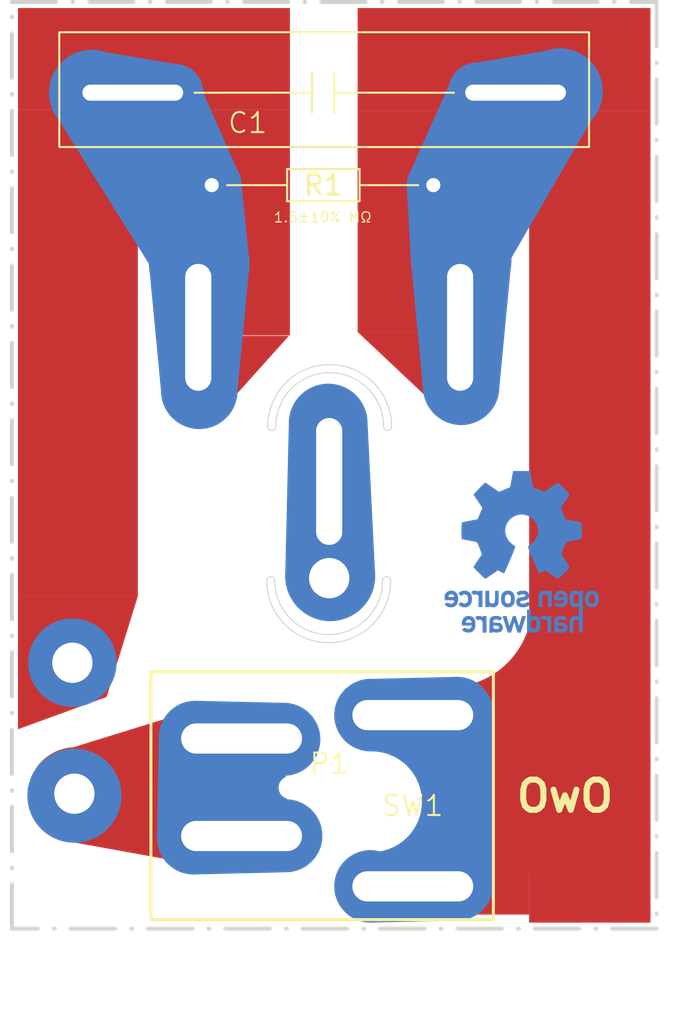
<source format=kicad_pcb>
(kicad_pcb (version 20240108) (generator "pcbnew") (generator_version "8.0")
  (layers (0 "F.Cu" signal) (31 "B.Cu" signal) (34 "B.Paste" user) (35 "F.Paste" user) (36 "B.SilkS" user "B.Silkscreen") (37 "F.SilkS" user "F.Silkscreen") (38 "B.Mask" user) (39 "F.Mask" user) (44 "Edge.Cuts" user))
  (net 0 "")
  (net 1 "Net-(P1-AC_N)")
  (net 2 "Net-(P1-AC_P)")
  (net 3 "Net-(SW1-Pad2)")
  (footprint "Resistor_THT:R_Axial_DIN0204_L3.6mm_D1.6mm_P5.08mm_Horizontal" (layer "F.Cu") (at 12.92 9.09)
    (property "Reference" "R1" (at 2.54 0 0) (layer "F.SilkS"))
    (property "Value" "1.5±10% MΩ " (at 2.7 1.6 0) (layer "F.SilkS") (effects (font (size 0.5 0.5) (thickness 0.06))))
    (fp_line (start -2.237089 0.000853) (end 0.74 0) (stroke (width 0.1)) (layer "F.SilkS"))
    (fp_line (start 0.74 -0.8) (end 0.74 0.8) (stroke (width 0.1)) (layer "F.SilkS"))
    (fp_line (start 0.74 0.8) (end 4.34 0.8) (stroke (width 0.1)) (layer "F.SilkS"))
    (fp_line (start 4.34 -0.8) (end 0.74 -0.8) (stroke (width 0.1)) (layer "F.SilkS"))
    (fp_line (start 4.34 0.8) (end 4.34 -0.8) (stroke (width 0.1)) (layer "F.SilkS"))
    (fp_line (start 7.243576 0.001768) (end 4.34 0) (stroke (width 0.1)) (layer "F.SilkS"))
    (pad "1" thru_hole circle (at -3 0) (size 1.4 1.4) (drill 0.7) (layers "*.Cu" "*.Mask") (net 2 "Net-(P1-AC_P)"))
    (pad "2" thru_hole oval (at 8 0) (size 1.4 1.4) (drill 0.7) (layers "*.Cu" "*.Mask") (net 1 "Net-(P1-AC_N)"))
  )
  (footprint "EVGA:FTK_Capacitor" (layer "F.Cu") (at 15.5 4.5)
    (property "Reference" "C1" (at -3.8 1.5 0) (layer "F.SilkS") (effects (font (thickness 0.1))))
    (property "Value" "305VAC 0.33 uF K 40/110/56/B (CBB62B)")
    (fp_line (start -6.436923 0.002523) (end -0.6 0) (stroke (width 0.1)) (layer "F.SilkS"))
    (fp_line (start -0.6 1) (end -0.6 -1) (stroke (width 0.1)) (layer "F.SilkS"))
    (fp_line (start 0.5 0) (end 6.438675 0.00292) (stroke (width 0.1)) (layer "F.SilkS"))
    (fp_line (start 0.5 1) (end 0.5 -1) (stroke (width 0.1)) (layer "F.SilkS"))
    (fp_rect (start -13.15 -3) (end 13.15 2.7) (stroke (width 0.1)) (fill none) (layer "F.SilkS"))
    (pad "1" thru_hole oval (at -9.5 0) (size 6 1.8) (drill oval 5 0.8) (layers "*.Cu" "*.Mask") (net 2 "Net-(P1-AC_P)"))
    (pad "2" thru_hole oval (at 9.5 0) (size 6 1.8) (drill oval 5 0.8) (layers "*.Cu" "*.Mask") (net 1 "Net-(P1-AC_N)"))
  )
  (footprint "EVGA:IEC_320-C14_Panel_Mount" (layer "F.Cu") (at 15.75 19.3)
    (property "Reference" "P1" (at 0 18.5 0) (layer "F.SilkS") (effects (font (thickness 0.1))))
    (property "Value" "Conn_WallPlug_Earth" (hide yes))
    (pad "0" thru_hole oval (at 0 4.5) (size 3 9) (drill oval 1.3 6.3) (layers "*.Cu" "*.Mask"))
    (pad "0" thru_hole circle (at 0 9.3) (size 3.25 3.25) (drill 2) (layers "*.Cu" "*.Mask"))
    (pad "1" thru_hole oval (at -6.5 -3.15) (size 3 9) (drill oval 1.3 6.3) (layers "*.Cu" "*.Mask") (net 2 "Net-(P1-AC_P)"))
    (pad "2" thru_hole oval (at 6.5 -3.15) (size 3 9) (drill oval 1.3 6.3) (layers "*.Cu" "*.Mask") (net 1 "Net-(P1-AC_N)"))
  )
  (footprint "EVGA:EVGA_Switch" (layer "F.Cu") (at 15.4 39.4)
    (property "Reference" "SW1" (at 4.5 0.5 0) (layer "F.SilkS") (effects (font (thickness 0.1))))
    (property "Value" "SW_DPST")
    (fp_rect (start -8.5 -6.15) (end 8.5 6.15) (stroke (width 0.15)) (fill none) (layer "F.SilkS"))
    (pad "1" thru_hole oval (at 4.5 -4) (size 7.3 2.8) (drill oval 6 1.5) (layers "*.Cu" "*.Mask") (net 1 "Net-(P1-AC_N)"))
    (pad "1" thru_hole oval (at 4.5 4.5) (size 7.3 2.8) (drill oval 6 1.5) (layers "*.Cu" "*.Mask") (net 1 "Net-(P1-AC_N)"))
    (pad "2" thru_hole oval (at -4 -2.839287) (size 7.3 2.8) (drill oval 6 1.5) (layers "*.Cu" "*.Mask") (net 3 "Net-(SW1-Pad2)"))
    (pad "2" thru_hole oval (at -4 2) (size 7.3 2.8) (drill oval 6 1.5) (layers "*.Cu" "*.Mask") (net 3 "Net-(SW1-Pad2)"))
  )
  (footprint "Symbol:OSHW-Logo_7.5x8mm_Copper" (layer "B.Cu") (at 25.31 27.29 180)
    (property "Reference" "REF**" (hide yes))
    (property "Value" "OSHW-Logo_7.5x8mm_Copper" (hide yes))
    (fp_poly (pts (xy 2.391388 -1.937645) (xy 2.448865 -1.955206) (xy 2.485872 -1.977395) (xy 2.497927 -1.994942) (xy 2.494609 -2.015742) (xy 2.473079 -2.048419) (xy 2.454874 -2.071562) (xy 2.417344 -2.113402) (xy 2.389148 -2.131005) (xy 2.365111 -2.129856) (xy 2.293808 -2.11171) (xy 2.241442 -2.112534) (xy 2.198918 -2.133098) (xy 2.184642 -2.145134) (xy 2.138947 -2.187483) (xy 2.138947 -2.740526) (xy 1.955131 -2.740526) (xy 1.955131 -1.938421) (xy 2.047039 -1.938421) (xy 2.102219 -1.940603) (xy 2.130688 -1.948351) (xy 2.138943 -1.963468) (xy 2.138947 -1.963916) (xy 2.142845 -1.979749) (xy 2.160474 -1.977684) (xy 2.184901 -1.966261) (xy 2.23535 -1.945005) (xy 2.276316 -1.932216) (xy 2.329028 -1.928938) (xy 2.391388 -1.937645)) (stroke (width 0.01)) (fill solid) (layer "B.Cu"))
    (fp_poly (pts (xy 2.173167 -3.191447) (xy 2.237408 -3.204112) (xy 2.27398 -3.222864) (xy 2.312453 -3.254017) (xy 2.257717 -3.323127) (xy 2.223969 -3.364979) (xy 2.201053 -3.385398) (xy 2.178279 -3.388517) (xy 2.144956 -3.378472) (xy 2.129314 -3.372789) (xy 2.065542 -3.364404) (xy 2.00714 -3.382378) (xy 1.964264 -3.422982) (xy 1.957299 -3.435929) (xy 1.949713 -3.470224) (xy 1.943859 -3.533427) (xy 1.940011 -3.62106) (xy 1.938443 -3.72864) (xy 1.938421 -3.743944) (xy 1.938421 -4.010526) (xy 1.754605 -4.010526) (xy 1.754605 -3.19171) (xy 1.846513 -3.19171) (xy 1.899507 -3.193094) (xy 1.927115 -3.199252) (xy 1.937324 -3.213194) (xy 1.938421 -3.226344) (xy 1.938421 -3.260978) (xy 1.98245 -3.226344) (xy 2.032937 -3.202716) (xy 2.10076 -3.191033) (xy 2.173167 -3.191447)) (stroke (width 0.01)) (fill solid) (layer "B.Cu"))
    (fp_poly (pts (xy -1.320119 -3.193486) (xy -1.295112 -3.200982) (xy -1.28705 -3.217451) (xy -1.286711 -3.224886) (xy -1.285264 -3.245594) (xy -1.275302 -3.248845) (xy -1.248388 -3.234648) (xy -1.232402 -3.224948) (xy -1.181967 -3.204175) (xy -1.121728 -3.193904) (xy -1.058566 -3.193114) (xy -0.999363 -3.200786) (xy -0.950998 -3.215898) (xy -0.920354 -3.237432) (xy -0.914311 -3.264366) (xy -0.917361 -3.27166) (xy -0.939594 -3.301937) (xy -0.97407 -3.339175) (xy -0.980306 -3.345195) (xy -1.013167 -3.372875) (xy -1.04152 -3.381818) (xy -1.081173 -3.375576) (xy -1.097058 -3.371429) (xy -1.146491 -3.361467) (xy -1.181248 -3.365947) (xy -1.2106 -3.381746) (xy -1.237487 -3.402949) (xy -1.25729 -3.429614) (xy -1.271052 -3.466827) (xy -1.279816 -3.519673) (xy -1.284626 -3.593237) (xy -1.286526 -3.692605) (xy -1.286711 -3.752601) (xy -1.286711 -4.010526) (xy -1.453816 -4.010526) (xy -1.453816 -3.19171) (xy -1.370264 -3.19171) (xy -1.320119 -3.193486)) (stroke (width 0.01)) (fill solid) (layer "B.Cu"))
    (fp_poly (pts (xy 1.320131 -2.198533) (xy 1.32171 -2.321089) (xy 1.327481 -2.414179) (xy 1.338991 -2.481651) (xy 1.35779 -2.527355) (xy 1.385426 -2.555139) (xy 1.423448 -2.568854) (xy 1.470526 -2.572358) (xy 1.519832 -2.568432) (xy 1.557283 -2.554089) (xy 1.584428 -2.525478) (xy 1.602815 -2.478751) (xy 1.613993 -2.410058) (xy 1.619511 -2.31555) (xy 1.620921 -2.198533) (xy 1.620921 -1.938421) (xy 1.804736 -1.938421) (xy 1.804736 -2.740526) (xy 1.712828 -2.740526) (xy 1.657422 -2.738281) (xy 1.628891 -2.730396) (xy 1.620921 -2.715428) (xy 1.61612 -2.702097) (xy 1.597014 -2.704917) (xy 1.558504 -2.723783) (xy 1.470239 -2.752887) (xy 1.376623 -2.750825) (xy 1.286921 -2.719221) (xy 1.244204 -2.694257) (xy 1.211621 -2.667226) (xy 1.187817 -2.633405) (xy 1.171439 -2.588068) (xy 1.161131 -2.526489) (xy 1.155541 -2.443943) (xy 1.153312 -2.335705) (xy 1.153026 -2.252004) (xy 1.153026 -1.938421) (xy 1.320131 -1.938421) (xy 1.320131 -2.198533)) (stroke (width 0.01)) (fill solid) (layer "B.Cu"))
    (fp_poly (pts (xy -1.002043 -1.952226) (xy -0.960454 -1.97209) (xy -0.920175 -2.000784) (xy -0.88949 -2.033809) (xy -0.867139 -2.075931) (xy -0.851864 -2.131915) (xy -0.842408 -2.206528) (xy -0.837513 -2.304535) (xy -0.835919 -2.430702) (xy -0.835894 -2.443914) (xy -0.835527 -2.740526) (xy -1.019343 -2.740526) (xy -1.019343 -2.467081) (xy -1.019473 -2.365777) (xy -1.020379 -2.292353) (xy -1.022827 -2.241271) (xy -1.027586 -2.20699) (xy -1.035426 -2.183971) (xy -1.047115 -2.166673) (xy -1.063398 -2.149581) (xy -1.120366 -2.112857) (xy -1.182555 -2.106042) (xy -1.241801 -2.129261) (xy -1.262405 -2.146543) (xy -1.27753 -2.162791) (xy -1.28839 -2.180191) (xy -1.29569 -2.204212) (xy -1.300137 -2.240322) (xy -1.302436 -2.293988) (xy -1.303296 -2.37068) (xy -1.303422 -2.464043) (xy -1.303422 -2.740526) (xy -1.487237 -2.740526) (xy -1.487237 -1.938421) (xy -1.395329 -1.938421) (xy -1.340149 -1.940603) (xy -1.31168 -1.948351) (xy -1.303425 -1.963468) (xy -1.303422 -1.963916) (xy -1.299592 -1.97872) (xy -1.282699 -1.97704) (xy -1.249112 -1.960773) (xy -1.172937 -1.93684) (xy -1.0858 -1.934178) (xy -1.002043 -1.952226)) (stroke (width 0.01)) (fill solid) (layer "B.Cu"))
    (fp_poly (pts (xy 2.946576 -1.945419) (xy 3.043395 -1.986549) (xy 3.07389 -2.006571) (xy 3.112865 -2.03734) (xy 3.137331 -2.061533) (xy 3.141578 -2.069413) (xy 3.129584 -2.086899) (xy 3.098887 -2.11657) (xy 3.074312 -2.137279) (xy 3.007046 -2.191336) (xy 2.95393 -2.146642) (xy 2.912884 -2.117789) (xy 2.872863 -2.107829) (xy 2.827059 -2.110261) (xy 2.754324 -2.128345) (xy 2.704256 -2.165881) (xy 2.673829 -2.226562) (xy 2.660017 -2.314081) (xy 2.660013 -2.314136) (xy 2.661208 -2.411958) (xy 2.679772 -2.48373) (xy 2.716804 -2.532595) (xy 2.74205 -2.549143) (xy 2.809097 -2.569749) (xy 2.880709 -2.569762) (xy 2.943015 -2.549768) (xy 2.957763 -2.54) (xy 2.99475 -2.515047) (xy 3.023668 -2.510958) (xy 3.054856 -2.52953) (xy 3.089336 -2.562887) (xy 3.143912 -2.619196) (xy 3.083318 -2.669142) (xy 2.989698 -2.725513) (xy 2.884125 -2.753293) (xy 2.773798 -2.751282) (xy 2.701343 -2.732862) (xy 2.616656 -2.68731) (xy 2.548927 -2.61565) (xy 2.518157 -2.565066) (xy 2.493236 -2.492488) (xy 2.480766 -2.400569) (xy 2.48067 -2.300948) (xy 2.49287 -2.205267) (xy 2.51729 -2.125169) (xy 2.521136 -2.116956) (xy 2.578093 -2.036413) (xy 2.655209 -1.977771) (xy 2.74639 -1.942247) (xy 2.845543 -1.931057) (xy 2.946576 -1.945419)) (stroke (width 0.01)) (fill solid) (layer "B.Cu"))
    (fp_poly (pts (xy 0.811669 -1.94831) (xy 0.896192 -1.99434) (xy 0.962321 -2.067006) (xy 0.993478 -2.126106) (xy 1.006855 -2.178305) (xy 1.015522 -2.252719) (xy 1.019237 -2.338442) (xy 1.017754 -2.424569) (xy 1.010831 -2.500193) (xy 1.002745 -2.540584) (xy 0.975465 -2.59584) (xy 0.92822 -2.65453) (xy 0.871282 -2.705852) (xy 0.814924 -2.739005) (xy 0.81355 -2.739531) (xy 0.743616 -2.754018) (xy 0.660737 -2.754377) (xy 0.581977 -2.741188) (xy 0.551566 -2.730617) (xy 0.473239 -2.686201) (xy 0.417143 -2.628007) (xy 0.380286 -2.550965) (xy 0.35968 -2.450001) (xy 0.355018 -2.397116) (xy 0.355613 -2.330663) (xy 0.534736 -2.330663) (xy 0.54077 -2.42763) (xy 0.558138 -2.501523) (xy 0.58574 -2.548736) (xy 0.605404 -2.562237) (xy 0.655787 -2.571651) (xy 0.715673 -2.568864) (xy 0.767449 -2.555316) (xy 0.781027 -2.547862) (xy 0.816849 -2.504451) (xy 0.840493 -2.438014) (xy 0.850558 -2.357161) (xy 0.845642 -2.270502) (xy 0.834655 -2.218349) (xy 0.803109 -2.157951) (xy 0.753311 -2.120197) (xy 0.693337 -2.107143) (xy 0.631264 -2.120849) (xy 0.583582 -2.154372) (xy 0.558525 -2.182031) (xy 0.5439 -2.209294) (xy 0.536929 -2.24619) (xy 0.534833 -2.30275) (xy 0.534736 -2.330663) (xy 0.355613 -2.330663) (xy 0.356282 -2.255994) (xy 0.379265 -2.140271) (xy 0.423972 -2.049941) (xy 0.490405 -1.985) (xy 0.578565 -1.945445) (xy 0.597495 -1.940858) (xy 0.711266 -1.93009) (xy 0.811669 -1.94831)) (stroke (width 0.01)) (fill solid) (layer "B.Cu"))
    (fp_poly (pts (xy 0.37413 -3.195104) (xy 0.44022 -3.200066) (xy 0.526626 -3.459079) (xy 0.613031 -3.718092) (xy 0.640124 -3.626184) (xy 0.656428 -3.569384) (xy 0.677875 -3.492625) (xy 0.701035 -3.408251) (xy 0.71328 -3.362993) (xy 0.759344 -3.19171) (xy 0.949387 -3.19171) (xy 0.892582 -3.371349) (xy 0.864607 -3.459704) (xy 0.830813 -3.566281) (xy 0.79552 -3.677454) (xy 0.764013 -3.776579) (xy 0.69225 -4.002171) (xy 0.537286 -4.012253) (xy 0.49527 -3.873528) (xy 0.469359 -3.787351) (xy 0.441083 -3.692347) (xy 0.416369 -3.608441) (xy 0.415394 -3.605102) (xy 0.396935 -3.548248) (xy 0.380649 -3.509456) (xy 0.369242 -3.494787) (xy 0.366898 -3.496483) (xy 0.358671 -3.519225) (xy 0.343038 -3.56794) (xy 0.321904 -3.636502) (xy 0.29717 -3.718785) (xy 0.283787 -3.764046) (xy 0.211311 -4.010526) (xy 0.057495 -4.010526) (xy -0.065469 -3.622006) (xy -0.100012 -3.513022) (xy -0.131479 -3.414048) (xy -0.158384 -3.329736) (xy -0.179241 -3.264734) (xy -0.192562 -3.223692) (xy -0.196612 -3.211701) (xy -0.193406 -3.199423) (xy -0.168235 -3.194046) (xy -0.115854 -3.194584) (xy -0.107655 -3.19499) (xy -0.010518 -3.200066) (xy 0.0531 -3.434013) (xy 0.076484 -3.519333) (xy 0.097381 -3.594335) (xy 0.113951 -3.652507) (xy 0.124354 -3.687337) (xy 0.126276 -3.693016) (xy 0.134241 -3.686486) (xy 0.150304 -3.652654) (xy 0.172621 -3.596127) (xy 0.199345 -3.52151) (xy 0.221937 -3.454107) (xy 0.308041 -3.190143) (xy 0.37413 -3.195104)) (stroke (width 0.01)) (fill solid) (layer "B.Cu"))
    (fp_poly (pts (xy -0.267369 -4.010526) (xy -0.359277 -4.010526) (xy -0.412623 -4.008962) (xy -0.440407 -4.002485) (xy -0.45041 -3.988418) (xy -0.451185 -3.978906) (xy -0.452872 -3.959832) (xy -0.46351 -3.956174) (xy -0.491465 -3.967932) (xy -0.513205 -3.978906) (xy -0.596668 -4.004911) (xy -0.687396 -4.006416) (xy -0.761158 -3.987021) (xy -0.829846 -3.940165) (xy -0.882206 -3.871004) (xy -0.910878 -3.789427) (xy -0.911608 -3.784866) (xy -0.915868 -3.735101) (xy -0.917986 -3.663659) (xy -0.917816 -3.609626) (xy -0.73528 -3.609626) (xy -0.731051 -3.681441) (xy -0.721432 -3.740634) (xy -0.70841 -3.77406) (xy -0.659144 -3.81974) (xy -0.60065 -3.836115) (xy -0.540329 -3.822873) (xy -0.488783 -3.783373) (xy -0.469262 -3.756807) (xy -0.457848 -3.725106) (xy -0.452502 -3.678832) (xy -0.451185 -3.609328) (xy -0.453542 -3.540499) (xy -0.459767 -3.480026) (xy -0.468592 -3.439556) (xy -0.470063 -3.435929) (xy -0.505653 -3.392802) (xy -0.5576 -3.369124) (xy -0.615722 -3.365301) (xy -0.66984 -3.381738) (xy -0.709774 -3.41884) (xy -0.713917 -3.426222) (xy -0.726884 -3.471239) (xy -0.733948 -3.535967) (xy -0.73528 -3.609626) (xy -0.917816 -3.609626) (xy -0.917729 -3.58223) (xy -0.916528 -3.538405) (xy -0.908355 -3.429988) (xy -0.89137 -3.348588) (xy -0.863113 -3.288412) (xy -0.821128 -3.243666) (xy -0.780368 -3.2174) (xy -0.723419 -3.198935) (xy -0.652589 -3.192602) (xy -0.580059 -3.19776) (xy -0.518014 -3.213769) (xy -0.485232 -3.23292) (xy -0.451185 -3.263732) (xy -0.451185 -2.87421) (xy -0.267369 -2.87421) (xy -0.267369 -4.010526)) (stroke (width 0.01)) (fill solid) (layer "B.Cu"))
    (fp_poly (pts (xy -3.373216 -1.947104) (xy -3.285795 -1.985754) (xy -3.21943 -2.05029) (xy -3.174024 -2.140812) (xy -3.149482 -2.257418) (xy -3.147723 -2.275624) (xy -3.146344 -2.403984) (xy -3.164216 -2.516496) (xy -3.20025 -2.607688) (xy -3.219545 -2.637022) (xy -3.286755 -2.699106) (xy -3.37235 -2.739316) (xy -3.46811 -2.756003) (xy -3.565813 -2.747517) (xy -3.640083 -2.72138) (xy -3.703953 -2.677335) (xy -3.756154 -2.619587) (xy -3.757057 -2.618236) (xy -3.778256 -2.582593) (xy -3.792033 -2.546752) (xy -3.800376 -2.501519) (xy -3.805273 -2.437701) (xy -3.807431 -2.385368) (xy -3.808329 -2.33791) (xy -3.641257 -2.33791) (xy -3.639624 -2.385154) (xy -3.633696 -2.448046) (xy -3.623239 -2.488407) (xy -3.604381 -2.517122) (xy -3.586719 -2.533896) (xy -3.524106 -2.569016) (xy -3.458592 -2.57371) (xy -3.397579 -2.54844) (xy -3.367072 -2.520124) (xy -3.345089 -2.491589) (xy -3.332231 -2.464284) (xy -3.326588 -2.42875) (xy -3.326249 -2.375524) (xy -3.327988 -2.326506) (xy -3.331729 -2.256482) (xy -3.337659 -2.211064) (xy -3.348347 -2.18144) (xy -3.366361 -2.158797) (xy -3.380637 -2.145855) (xy -3.440349 -2.11186) (xy -3.504766 -2.110165) (xy -3.558781 -2.130301) (xy -3.60486 -2.172352) (xy -3.632311 -2.241428) (xy -3.641257 -2.33791) (xy -3.808329 -2.33791) (xy -3.809401 -2.281299) (xy -3.806036 -2.203468) (xy -3.795955 -2.14493) (xy -3.777774 -2.098737) (xy -3.75011 -2.057942) (xy -3.739854 -2.045828) (xy -3.675722 -1.985474) (xy -3.606934 -1.95022) (xy -3.522811 -1.93545) (xy -3.481791 -1.934243) (xy -3.373216 -1.947104)) (stroke (width 0.01)) (fill solid) (layer "B.Cu"))
    (fp_poly (pts (xy 3.558784 -1.935554) (xy 3.601574 -1.945949) (xy 3.683609 -1.984013) (xy 3.753757 -2.042149) (xy 3.802305 -2.111852) (xy 3.808975 -2.127502) (xy 3.818124 -2.168496) (xy 3.824529 -2.229138) (xy 3.82671 -2.29043) (xy 3.82671 -2.406316) (xy 3.584407 -2.406316) (xy 3.484471 -2.406693) (xy 3.414069 -2.408987) (xy 3.369313 -2.414938) (xy 3.346315 -2.426285) (xy 3.341189 -2.444771) (xy 3.350048 -2.472136) (xy 3.365917 -2.504155) (xy 3.410184 -2.557592) (xy 3.471699 -2.584215) (xy 3.546885 -2.583347) (xy 3.632053 -2.554371) (xy 3.705659 -2.518611) (xy 3.766734 -2.566904) (xy 3.82781 -2.615197) (xy 3.770351 -2.668285) (xy 3.693641 -2.718445) (xy 3.599302 -2.748688) (xy 3.497827 -2.757151) (xy 3.399711 -2.741974) (xy 3.383881 -2.736824) (xy 3.297647 -2.691791) (xy 3.233501 -2.624652) (xy 3.190091 -2.533405) (xy 3.166064 -2.416044) (xy 3.165784 -2.413529) (xy 3.163633 -2.285627) (xy 3.172329 -2.239997) (xy 3.342105 -2.239997) (xy 3.357697 -2.247013) (xy 3.400029 -2.252388) (xy 3.462434 -2.255457) (xy 3.501981 -2.255921) (xy 3.575728 -2.25563) (xy 3.62184 -2.253783) (xy 3.6461 -2.248912) (xy 3.654294 -2.239555) (xy 3.652206 -2.224245) (xy 3.650455 -2.218322) (xy 3.62056 -2.162668) (xy 3.573542 -2.117815) (xy 3.532049 -2.098105) (xy 3.476926 -2.099295) (xy 3.421068 -2.123875) (xy 3.374212 -2.16457) (xy 3.346094 -2.214108) (xy 3.342105 -2.239997) (xy 3.172329 -2.239997) (xy 3.185074 -2.173133) (xy 3.227611 -2.078727) (xy 3.288747 -2.005088) (xy 3.365985 -1.954893) (xy 3.45683 -1.930822) (xy 3.558784 -1.935554)) (stroke (width 0.01)) (fill solid) (layer "B.Cu"))
    (fp_poly (pts (xy 0.018628 -1.935547) (xy 0.081908 -1.947548) (xy 0.147557 -1.972648) (xy 0.154572 -1.975848) (xy 0.204356 -2.002026) (xy 0.238834 -2.026353) (xy 0.249978 -2.041937) (xy 0.239366 -2.067353) (xy 0.213588 -2.104853) (xy 0.202146 -2.118852) (xy 0.154992 -2.173954) (xy 0.094201 -2.138086) (xy 0.036347 -2.114192) (xy -0.0305 -2.10142) (xy -0.094606 -2.100613) (xy -0.144236 -2.112615) (xy -0.156146 -2.120105) (xy -0.178828 -2.15445) (xy -0.181584 -2.194013) (xy -0.164612 -2.22492) (xy -0.154573 -2.230913) (xy -0.12449 -2.238357) (xy -0.071611 -2.247106) (xy -0.006425 -2.255467) (xy 0.0056 -2.256778) (xy 0.110297 -2.274888) (xy 0.186232 -2.305651) (xy 0.236592 -2.351907) (xy 0.264564 -2.416497) (xy 0.273278 -2.495387) (xy 0.26124 -2.585065) (xy 0.222151 -2.655486) (xy 0.155855 -2.706777) (xy 0.062194 -2.739067) (xy -0.041777 -2.751807) (xy -0.126562 -2.751654) (xy -0.195335 -2.740083) (xy -0.242303 -2.724109) (xy -0.30165 -2.696275) (xy -0.356494 -2.663973) (xy -0.375987 -2.649755) (xy -0.426119 -2.608835) (xy -0.305197 -2.486477) (xy -0.236457 -2.531967) (xy -0.167512 -2.566133) (xy -0.093889 -2.584004) (xy -0.023117 -2.585889) (xy 0.037274 -2.572101) (xy 0.079757 -2.542949) (xy 0.093474 -2.518352) (xy 0.091417 -2.478904) (xy 0.05733 -2.448737) (xy -0.008692 -2.427906) (xy -0.081026 -2.418279) (xy -0.192348 -2.39991) (xy -0.275048 -2.365254) (xy -0.330235 -2.313297) (xy -0.359012 -2.243023) (xy -0.362999 -2.159707) (xy -0.343307 -2.072681) (xy -0.298411 -2.006902) (xy -0.227909 -1.962068) (xy -0.131399 -1.937879) (xy -0.0599 -1.933137) (xy 0.018628 -1.935547)) (stroke (width 0.01)) (fill solid) (layer "B.Cu"))
    (fp_poly (pts (xy 2.701193 -3.196078) (xy 2.781068 -3.216845) (xy 2.847962 -3.259705) (xy 2.880351 -3.291723) (xy 2.933445 -3.367413) (xy 2.963873 -3.455216) (xy 2.974327 -3.56315) (xy 2.97438 -3.571875) (xy 2.974473 -3.659605) (xy 2.469534 -3.659605) (xy 2.480298 -3.705559) (xy 2.499732 -3.747178) (xy 2.533745 -3.790544) (xy 2.54086 -3.797467) (xy 2.602003 -3.834935) (xy 2.671729 -3.841289) (xy 2.751987 -3.816638) (xy 2.765592 -3.81) (xy 2.807319 -3.789819) (xy 2.835268 -3.778321) (xy 2.840145 -3.777258) (xy 2.857168 -3.787583) (xy 2.889633 -3.812845) (xy 2.906114 -3.82665) (xy 2.940264 -3.858361) (xy 2.951478 -3.879299) (xy 2.943695 -3.89856) (xy 2.939535 -3.903827) (xy 2.911357 -3.926878) (xy 2.864862 -3.954892) (xy 2.832434 -3.971246) (xy 2.740385 -4.000059) (xy 2.638476 -4.009395) (xy 2.541963 -3.998332) (xy 2.514934 -3.990412) (xy 2.431276 -3.945581) (xy 2.369266 -3.876598) (xy 2.328545 -3.782794) (xy 2.308755 -3.663498) (xy 2.306582 -3.601118) (xy 2.312926 -3.510298) (xy 2.473157 -3.510298) (xy 2.488655 -3.517012) (xy 2.530312 -3.52228) (xy 2.590876 -3.525389) (xy 2.631907 -3.525921) (xy 2.705711 -3.525408) (xy 2.752293 -3.523006) (xy 2.777848 -3.517422) (xy 2.788569 -3.507361) (xy 2.790657 -3.492763) (xy 2.776331 -3.447796) (xy 2.740262 -3.403353) (xy 2.692815 -3.369242) (xy 2.645349 -3.355288) (xy 2.580879 -3.367666) (xy 2.52507 -3.403452) (xy 2.486374 -3.455033) (xy 2.473157 -3.510298) (xy 2.312926 -3.510298) (xy 2.315821 -3.468866) (xy 2.344336 -3.363498) (xy 2.392729 -3.284178) (xy 2.461604 -3.230071) (xy 2.551565 -3.200343) (xy 2.6003 -3.194618) (xy 2.701193 -3.196078)) (stroke (width 0.01)) (fill solid) (layer "B.Cu"))
    (fp_poly (pts (xy -1.802982 -1.957027) (xy -1.78633 -1.964866) (xy -1.728695 -2.007086) (xy -1.674195 -2.0687) (xy -1.633501 -2.136543) (xy -1.621926 -2.167734) (xy -1.611366 -2.223449) (xy -1.605069 -2.290781) (xy -1.604304 -2.318585) (xy -1.604211 -2.406316) (xy -2.10915 -2.406316) (xy -2.098387 -2.45227) (xy -2.071967 -2.50662) (xy -2.025778 -2.553591) (xy -1.970828 -2.583848) (xy -1.935811 -2.590131) (xy -1.888323 -2.582506) (xy -1.831665 -2.563383) (xy -1.812418 -2.554584) (xy -1.741241 -2.519036) (xy -1.680498 -2.565367) (xy -1.645448 -2.596703) (xy -1.626798 -2.622567) (xy -1.625853 -2.630158) (xy -1.642515 -2.648556) (xy -1.67903 -2.676515) (xy -1.712172 -2.698327) (xy -1.801607 -2.737537) (xy -1.901871 -2.755285) (xy -2.001246 -2.75067) (xy -2.080461 -2.726551) (xy -2.16212 -2.674884) (xy -2.220151 -2.606856) (xy -2.256454 -2.518843) (xy -2.272928 -2.407216) (xy -2.274389 -2.356138) (xy -2.268543 -2.239091) (xy -2.267825 -2.235686) (xy -2.100511 -2.235686) (xy -2.095903 -2.246662) (xy -2.076964 -2.252715) (xy -2.037902 -2.25531) (xy -1.972923 -2.25591) (xy -1.947903 -2.255921) (xy -1.871779 -2.255014) (xy -1.823504 -2.25172) (xy -1.79754 -2.245181) (xy -1.788352 -2.234537) (xy -1.788027 -2.231119) (xy -1.798513 -2.203956) (xy -1.824758 -2.165903) (xy -1.836041 -2.152579) (xy -1.877928 -2.114896) (xy -1.921591 -2.10008) (xy -1.945115 -2.098842) (xy -2.008757 -2.114329) (xy -2.062127 -2.15593) (xy -2.095981 -2.216353) (xy -2.096581 -2.218322) (xy -2.100511 -2.235686) (xy -2.267825 -2.235686) (xy -2.249101 -2.146928) (xy -2.214078 -2.07319) (xy -2.171244 -2.020848) (xy -2.092052 -1.964092) (xy -1.99896 -1.933762) (xy -1.899945 -1.931021) (xy -1.802982 -1.957027)) (stroke (width 0.01)) (fill solid) (layer "B.Cu"))
    (fp_poly (pts (xy 1.379992 -3.196673) (xy 1.450427 -3.21378) (xy 1.470787 -3.222844) (xy 1.510253 -3.246583) (xy 1.540541 -3.273321) (xy 1.562952 -3.307699) (xy 1.578786 -3.35436) (xy 1.589343 -3.417946) (xy 1.595924 -3.503099) (xy 1.599828 -3.614462) (xy 1.60131 -3.688849) (xy 1.606765 -4.010526) (xy 1.51358 -4.010526) (xy 1.457047 -4.008156) (xy 1.427922 -4.000055) (xy 1.420394 -3.986451) (xy 1.41642 -3.971741) (xy 1.398652 -3.974554) (xy 1.37444 -3.986348) (xy 1.313828 -4.004427) (xy 1.235929 -4.009299) (xy 1.153995 -4.00133) (xy 1.081281 -3.980889) (xy 1.074759 -3.978051) (xy 1.008302 -3.931365) (xy 0.964491 -3.866464) (xy 0.944332 -3.7906) (xy 0.945872 -3.763344) (xy 1.110345 -3.763344) (xy 1.124837 -3.800024) (xy 1.167805 -3.826309) (xy 1.237129 -3.840417) (xy 1.274177 -3.84229) (xy 1.335919 -3.837494) (xy 1.37696 -3.818858) (xy 1.386973 -3.81) (xy 1.4141 -3.761806) (xy 1.420394 -3.718092) (xy 1.420394 -3.659605) (xy 1.33893 -3.659605) (xy 1.244234 -3.664432) (xy 1.177813 -3.679613) (xy 1.135846 -3.7062) (xy 1.126449 -3.718052) (xy 1.110345 -3.763344) (xy 0.945872 -3.763344) (xy 0.948829 -3.711026) (xy 0.978985 -3.634995) (xy 1.020131 -3.583612) (xy 1.045052 -3.561397) (xy 1.069448 -3.546798) (xy 1.101191 -3.537897) (xy 1.148152 -3.532775) (xy 1.218204 -3.529515) (xy 1.24599 -3.528577) (xy 1.420394 -3.522879) (xy 1.420138 -3.470091) (xy 1.413384 -3.414603) (xy 1.388964 -3.381052) (xy 1.33963 -3.359618) (xy 1.338306 -3.359236) (xy 1.26836 -3.350808) (xy 1.199914 -3.361816) (xy 1.149047 -3.388585) (xy 1.128637 -3.401803) (xy 1.106654 -3.399974) (xy 1.072826 -3.380824) (xy 1.052961 -3.367308) (xy 1.014106 -3.338432) (xy 0.990038 -3.316786) (xy 0.986176 -3.310589) (xy 1.002079 -3.278519) (xy 1.049065 -3.240219) (xy 1.069473 -3.227297) (xy 1.128143 -3.205041) (xy 1.207212 -3.192432) (xy 1.295041 -3.1896) (xy 1.379992 -3.196673)) (stroke (width 0.01)) (fill solid) (layer "B.Cu"))
    (fp_poly (pts (xy -1.839543 -3.198184) (xy -1.76093 -3.21916) (xy -1.701084 -3.25718) (xy -1.658853 -3.306978) (xy -1.645725 -3.32823) (xy -1.636032 -3.350492) (xy -1.629256 -3.37897) (xy -1.624877 -3.418871) (xy -1.622376 -3.475401) (xy -1.621232 -3.553767) (xy -1.620928 -3.659176) (xy -1.620922 -3.687142) (xy -1.620922 -4.010526) (xy -1.701132 -4.010526) (xy -1.752294 -4.006943) (xy -1.790123 -3.997866) (xy -1.799601 -3.992268) (xy -1.825512 -3.982606) (xy -1.851976 -3.992268) (xy -1.895548 -4.00433) (xy -1.95884 -4.009185) (xy -2.02899 -4.007078) (xy -2.09314 -3.998256) (xy -2.130593 -3.986937) (xy -2.203067 -3.940412) (xy -2.24836 -3.875846) (xy -2.268722 -3.79) (xy -2.268912 -3.787796) (xy -2.267125 -3.749713) (xy -2.105527 -3.749713) (xy -2.091399 -3.79303) (xy -2.068388 -3.817408) (xy -2.022196 -3.835845) (xy -1.961225 -3.843205) (xy -1.899051 -3.839583) (xy -1.849249 -3.825074) (xy -1.835297 -3.815765) (xy -1.810915 -3.772753) (xy -1.804737 -3.723857) (xy -1.804737 -3.659605) (xy -1.897182 -3.659605) (xy -1.985005 -3.666366) (xy -2.051582 -3.68552) (xy -2.092998 -3.715376) (xy -2.105527 -3.749713) (xy -2.267125 -3.749713) (xy -2.26451 -3.694004) (xy -2.233576 -3.619847) (xy -2.175419 -3.563767) (xy -2.16738 -3.558665) (xy -2.132837 -3.542055) (xy -2.090082 -3.531996) (xy -2.030314 -3.527107) (xy -1.95931 -3.525983) (xy -1.804737 -3.525921) (xy -1.804737 -3.461125) (xy -1.811294 -3.41085) (xy -1.828025 -3.377169) (xy -1.829984 -3.375376) (xy -1.867217 -3.360642) (xy -1.92342 -3.354931) (xy -1.985533 -3.357737) (xy -2.04049 -3.368556) (xy -2.073101 -3.384782) (xy -2.090772 -3.39778) (xy -2.109431 -3.400262) (xy -2.135181 -3.389613) (xy -2.174127 -3.363218) (xy -2.23237 -3.318465) (xy -2.237716 -3.314273) (xy -2.234977 -3.29876) (xy -2.212124 -3.27296) (xy -2.177391 -3.244289) (xy -2.13901 -3.220166) (xy -2.126952 -3.21447) (xy -2.082966 -3.203103) (xy -2.018513 -3.194995) (xy -1.946503 -3.191743) (xy -1.943136 -3.191736) (xy -1.839543 -3.198184)) (stroke (width 0.01)) (fill solid) (layer "B.Cu"))
    (fp_poly (pts (xy -2.53664 -1.952468) (xy -2.501408 -1.969874) (xy -2.45796 -2.000206) (xy -2.426294 -2.033283) (xy -2.404606 -2.074817) (xy -2.391097 -2.130522) (xy -2.383962 -2.206111) (xy -2.3814 -2.307296) (xy -2.38125 -2.350797) (xy -2.381688 -2.446135) (xy -2.383504 -2.514271) (xy -2.387455 -2.561418) (xy -2.394298 -2.59379) (xy -2.404789 -2.6176) (xy -2.415704 -2.633843) (xy -2.485381 -2.702952) (xy -2.567434 -2.744521) (xy -2.65595 -2.757023) (xy -2.745019 -2.738934) (xy -2.773237 -2.726142) (xy -2.84079 -2.690931) (xy -2.84079 -3.2427) (xy -2.791488 -3.217205) (xy -2.726527 -3.19748) (xy -2.64668 -3.192427) (xy -2.566948 -3.201756) (xy -2.506735 -3.222714) (xy -2.456792 -3.262627) (xy -2.414119 -3.319741) (xy -2.41091 -3.325605) (xy -2.397378 -3.353227) (xy -2.387495 -3.381068) (xy -2.380691 -3.414794) (xy -2.376399 -3.460071) (xy -2.374049 -3.522562) (xy -2.373072 -3.607935) (xy -2.372895 -3.70401) (xy -2.372895 -4.010526) (xy -2.556711 -4.010526) (xy -2.556711 -3.445339) (xy -2.608125 -3.402077) (xy -2.661534 -3.367472) (xy -2.712112 -3.36118) (xy -2.76297 -3.377372) (xy -2.790075 -3.393227) (xy -2.810249 -3.41581) (xy -2.824597 -3.44994) (xy -2.834224 -3.500434) (xy -2.840237 -3.572111) (xy -2.84374 -3.669788) (xy -2.844974 -3.734802) (xy -2.849145 -4.002171) (xy -2.936875 -4.007222) (xy -3.024606 -4.012273) (xy -3.024606 -2.353101) (xy -2.84079 -2.353101) (xy -2.836104 -2.4456) (xy -2.820312 -2.509809) (xy -2.790817 -2.549759) (xy -2.74502 -2.56948) (xy -2.69875 -2.573421) (xy -2.646372 -2.568892) (xy -2.61161 -2.551069) (xy -2.589872 -2.527519) (xy -2.57276 -2.502189) (xy -2.562573 -2.473969) (xy -2.55804 -2.434431) (xy -2.557891 -2.375142) (xy -2.559416 -2.325498) (xy -2.562919 -2.25071) (xy -2.568133 -2.201611) (xy -2.576913 -2.170467) (xy -2.591114 -2.149545) (xy -2.604516 -2.137452) (xy -2.660513 -2.111081) (xy -2.726789 -2.106822) (xy -2.764844 -2.115906) (xy -2.802523 -2.148196) (xy -2.827481 -2.211006) (xy -2.839578 -2.303894) (xy -2.84079 -2.353101) (xy -3.024606 -2.353101) (xy -3.024606 -1.938421) (xy -2.932698 -1.938421) (xy -2.877517 -1.940603) (xy -2.849048 -1.948351) (xy -2.840794 -1.963468) (xy -2.84079 -1.963916) (xy -2.83696 -1.97872) (xy -2.820067 -1.977039) (xy -2.786481 -1.960772) (xy -2.708222 -1.935887) (xy -2.620173 -1.933271) (xy -2.53664 -1.952468)) (stroke (width 0.01)) (fill solid) (layer "B.Cu"))
    (fp_poly (pts (xy 0.500964 3.601424) (xy 0.576513 3.200678) (xy 1.134041 2.970846) (xy 1.468465 3.198252) (xy 1.562122 3.261569) (xy 1.646782 3.318104) (xy 1.718495 3.365273) (xy 1.773311 3.400498) (xy 1.80728 3.421195) (xy 1.81653 3.425658) (xy 1.833195 3.41418) (xy 1.868806 3.382449) (xy 1.919371 3.334517) (xy 1.9809 3.274438) (xy 2.049399 3.206267) (xy 2.120879 3.134055) (xy 2.191347 3.061858) (xy 2.256811 2.993727) (xy 2.31328 2.933717) (xy 2.356763 2.885881) (xy 2.383268 2.854273) (xy 2.389605 2.843695) (xy 2.380486 2.824194) (xy 2.35492 2.781469) (xy 2.315597 2.719702) (xy 2.265203 2.643069) (xy 2.206427 2.555752) (xy 2.172368 2.505948) (xy 2.110289 2.415007) (xy 2.055126 2.332941) (xy 2.009554 2.263837) (xy 1.97625 2.211778) (xy 1.95789 2.18085) (xy 1.955131 2.17435) (xy 1.961385 2.155879) (xy 1.978434 2.112828) (xy 2.003703 2.051251) (xy 2.034622 1.977201) (xy 2.068618 1.89673) (xy 2.103118 1.815893) (xy 2.135551 1.740742) (xy 2.163343 1.677329) (xy 2.183923 1.631707) (xy 2.194719 1.609931) (xy 2.195356 1.609074) (xy 2.212307 1.604916) (xy 2.257451 1.595639) (xy 2.32611 1.582156) (xy 2.413602 1.565379) (xy 2.51525 1.546219) (xy 2.574556 1.53517) (xy 2.683172 1.51449) (xy 2.781277 1.494811) (xy 2.863909 1.477211) (xy 2.926104 1.462767) (xy 2.962899 1.452554) (xy 2.970296 1.449314) (xy 2.97754 1.427383) (xy 2.983385 1.377853) (xy 2.987835 1.306515) (xy 2.990893 1.219161) (xy 2.992565 1.121583) (xy 2.992853 1.019574) (xy 2.991761 0.918925) (xy 2.989294 0.825428) (xy 2.985456 0.744875) (xy 2.98025 0.683058) (xy 2.973681 0.64577) (xy 2.969741 0.638007) (xy 2.946188 0.628702) (xy 2.896282 0.6154) (xy 2.826623 0.599663) (xy 2.743813 0.583054) (xy 2.714905 0.577681) (xy 2.575531 0.552152) (xy 2.465436 0.531592) (xy 2.380982 0.515185) (xy 2.31853 0.502113) (xy 2.274444 0.491559) (xy 2.245085 0.482706) (xy 2.226815 0.474737) (xy 2.215998 0.466835) (xy 2.214485 0.465273) (xy 2.199377 0.440114) (xy 2.176329 0.39115) (xy 2.147644 0.324379) (xy 2.115622 0.245795) (xy 2.082565 0.161393) (xy 2.050773 0.07717) (xy 2.022549 -0.000879) (xy 2.000193 -0.066759) (xy 1.986007 -0.114473) (xy 1.982293 -0.138027) (xy 1.982602 -0.138852) (xy 1.995189 -0.158104) (xy 2.023744 -0.200463) (xy 2.065267 -0.261521) (xy 2.116756 -0.336868) (xy 2.175211 -0.422096) (xy 2.191858 -0.446315) (xy 2.251215 -0.534123) (xy 2.303447 -0.614238) (xy 2.345708 -0.682062) (xy 2.375153 -0.732993) (xy 2.388937 -0.762431) (xy 2.389605 -0.766048) (xy 2.378024 -0.785057) (xy 2.346024 -0.822714) (xy 2.297718 -0.874973) (xy 2.23722 -0.937786) (xy 2.168644 -1.007106) (xy 2.096104 -1.078885) (xy 2.023712 -1.149077) (xy 1.955584 -1.213635) (xy 1.895832 -1.26851) (xy 1.848571 -1.309656) (xy 1.817913 -1.333026) (xy 1.809432 -1.336842) (xy 1.789691 -1.327855) (xy 1.749274 -1.303616) (xy 1.694763 -1.268209) (xy 1.652823 -1.239711) (xy 1.576829 -1.187418) (xy 1.486834 -1.125845) (xy 1.396564 -1.06437) (xy 1.348032 -1.031469) (xy 1.183762 -0.920359) (xy 1.045869 -0.994916) (xy 0.983049 -1.027578) (xy 0.929629 -1.052966) (xy 0.893484 -1.067446) (xy 0.884284 -1.06946) (xy 0.873221 -1.054584) (xy 0.851394 -1.012547) (xy 0.820434 -0.947227) (xy 0.78197 -0.8625) (xy 0.737632 -0.762245) (xy 0.689047 -0.650339) (xy 0.637846 -0.530659) (xy 0.585659 -0.407084) (xy 0.534113 -0.283491) (xy 0.48484 -0.163757) (xy 0.439467 -0.051759) (xy 0.399625 0.048623) (xy 0.366942 0.133514) (xy 0.343049 0.199035) (xy 0.329574 0.24131) (xy 0.327406 0.255828) (xy 0.344583 0.274347) (xy 0.38219 0.30441) (xy 0.432366 0.339768) (xy 0.436578 0.342566) (xy 0.566264 0.446375) (xy 0.670834 0.567485) (xy 0.749381 0.702024) (xy 0.800999 0.846118) (xy 0.824782 0.995895) (xy 0.819823 1.147483) (xy 0.785217 1.297008) (xy 0.720057 1.4406) (xy 0.700886 1.472016) (xy 0.601174 1.598875) (xy 0.483377 1.700745) (xy 0.351571 1.777096) (xy 0.209833 1.827398) (xy 0.062242 1.851121) (xy -0.087127 1.847735) (xy -0.234197 1.816712) (xy -0.374889 1.75752) (xy -0.505127 1.669631) (xy -0.545414 1.633958) (xy -0.647945 1.522294) (xy -0.722659 1.404743) (xy -0.77391 1.27298) (xy -0.802454 1.142493) (xy -0.8095 0.995784) (xy -0.786004 0.848347) (xy -0.734351 0.705166) (xy -0.656929 0.571223) (xy -0.556125 0.451502) (xy -0.434324 0.350986) (xy -0.418316 0.340391) (xy -0.367602 0.305694) (xy -0.32905 0.27563) (xy -0.310619 0.256435) (xy -0.310351 0.255828) (xy -0.314308 0.235064) (xy -0.329993 0.187938) (xy -0.355778 0.118327) (xy -0.390031 0.030107) (xy -0.431123 -0.072844) (xy -0.477424 -0.18665) (xy -0.527304 -0.307435) (xy -0.579133 -0.431321) (xy -0.631281 -0.554432) (xy -0.682118 -0.672891) (xy -0.730013 -0.782823) (xy -0.773338 -0.880349) (xy -0.810462 -0.961593) (xy -0.839756 -1.022679) (xy -0.859588 -1.05973) (xy -0.867574 -1.06946) (xy -0.891979 -1.061883) (xy -0.937642 -1.04156) (xy -0.99669 -1.012125) (xy -1.02916 -0.994916) (xy -1.167053 -0.920359) (xy -1.331323 -1.031469) (xy -1.415179 -1.08839) (xy -1.506987 -1.15103) (xy -1.59302 -1.210011) (xy -1.636113 -1.239711) (xy -1.696723 -1.28041) (xy -1.748045 -1.312663) (xy -1.783385 -1.332384) (xy -1.794863 -1.336554) (xy -1.81157 -1.325307) (xy -1.848546 -1.293911) (xy -1.902205 -1.245624) (xy -1.968962 -1.183708) (xy -2.045234 -1.111421) (xy -2.093473 -1.065008) (xy -2.177867 -0.982087) (xy -2.250803 -0.90792) (xy -2.309331 -0.84568) (xy -2.350503 -0.798541) (xy -2.371372 -0.769673) (xy -2.373374 -0.763815) (xy -2.364083 -0.741532) (xy -2.338409 -0.696477) (xy -2.2992 -0.633211) (xy -2.249303 -0.556295) (xy -2.191567 -0.470292) (xy -2.175149 -0.446315) (xy -2.115323 -0.35917) (xy -2.06165 -0.28071) (xy -2.01713 -0.215345) (xy -1.984765 -0.167484) (xy -1.967555 -0.141535) (xy -1.965893 -0.138852) (xy -1.968379 -0.118172) (xy -1.981577 -0.072704) (xy -2.003186 -0.008444) (xy -2.030904 0.068613) (xy -2.06243 0.152471) (xy -2.095463 0.237134) (xy -2.127701 0.316608) (xy -2.156843 0.384896) (xy -2.180588 0.436003) (xy -2.196635 0.463933) (xy -2.197775 0.465273) (xy -2.207588 0.473255) (xy -2.224161 0.481149) (xy -2.251132 0.489771) (xy -2.292139 0.499938) (xy -2.35082 0.512469) (xy -2.430813 0.528179) (xy -2.535755 0.547887) (xy -2.669285 0.572408) (xy -2.698196 0.577681) (xy -2.783882 0.594236) (xy -2.858582 0.610431) (xy -2.915694 0.624704) (xy -2.948617 0.635492) (xy -2.953031 0.638007) (xy -2.960306 0.660304) (xy -2.966219 0.710131) (xy -2.970766 0.781696) (xy -2.973945 0.869207) (xy -2.975749 0.966872) (xy -2.976177 1.068899) (xy -2.975223 1.169497) (xy -2.972884 1.262873) (xy -2.969156 1.343235) (xy -2.964034 1.404791) (xy -2.957516 1.44175) (xy -2.953586 1.449314) (xy -2.931708 1.456944) (xy -2.881891 1.469358) (xy -2.809097 1.485478) (xy -2.718289 1.504227) (xy -2.614431 1.524529) (xy -2.557846 1.53517) (xy -2.450486 1.55524) (xy -2.354746 1.57342) (xy -2.275306 1.588801) (xy -2.216846 1.600469) (xy -2.184045 1.607512) (xy -2.178646 1.609074) (xy -2.169522 1.626678) (xy -2.150235 1.669082) (xy -2.123355 1.730228) (xy -2.091454 1.804057) (xy -2.057102 1.884511) (xy -2.022871 1.965532) (xy -1.991331 2.041063) (xy -1.965054 2.105045) (xy -1.946611 2.15142) (xy -1.938571 2.174131) (xy -1.938422 2.175124) (xy -1.947535 2.193039) (xy -1.973086 2.234267) (xy -2.012388 2.294709) (xy -2.062757 2.370269) (xy -2.121506 2.456848) (xy -2.155658 2.506579) (xy -2.21789 2.597764) (xy -2.273164 2.680551) (xy -2.318782 2.750751) (xy -2.352048 2.804176) (xy -2.370264 2.836639) (xy -2.372895 2.843917) (xy -2.361586 2.860855) (xy -2.330319 2.897022) (xy -2.28309 2.948365) (xy -2.223892 3.010833) (xy -2.156719 3.080374) (xy -2.085566 3.152935) (xy -2.014426 3.224465) (xy -1.947293 3.290913) (xy -1.888161 3.348226) (xy -1.841025 3.392353) (xy -1.809877 3.419241) (xy -1.799457 3.425658) (xy -1.782491 3.416635) (xy -1.741911 3.391285) (xy -1.681663 3.35219) (xy -1.605693 3.301929) (xy -1.517946 3.243083) (xy -1.451756 3.198252) (xy -1.117332 2.970846) (xy -0.838567 3.085762) (xy -0.559803 3.200678) (xy -0.484254 3.601424) (xy -0.408706 4.002171) (xy 0.425415 4.002171) (xy 0.500964 3.601424)) (stroke (width 0.01)) (fill solid) (layer "B.Cu"))
  )
  (gr_rect (start 17.67 42.495) (end 25.675 45.3) (fill solid) (layer "F.Cu") (net 1))
  (gr_rect (start 0.3 0.3) (end 13.8 5.35) (fill solid) (layer "F.Cu") (net 2))
  (gr_poly (pts (xy 13.75 16.575) (xy 7.75 16.575) (xy 10.45 20.25)) (fill solid) (layer "F.Cu") (net 2))
  (gr_poly (pts (xy 6.25 29.5) (xy 0.3 29.5) (xy 0.3 36.1) (xy 4.7 34.5)) (fill solid) (layer "F.Cu") (net 2))
  (gr_poly (pts (xy 17.16 16.38) (xy 21.425 20.4) (xy 23.75 16.38)) (fill solid) (layer "F.Cu") (net 1))
  (gr_circle (center 3.159634 39.361649) (end 5.527777 39.361649) (fill solid) (layer "F.Cu") (net 3))
  (gr_rect (start 7.8 5.35) (end 13.8 16.55) (fill solid) (layer "F.Cu") (net 2))
  (gr_poly (pts (xy 21.7425 36.795) (xy 22.55 37.05) (xy 23.38 37.86) (xy 23.89 38.85) (xy 24.03 39.9) (xy 23.77 41.09) (xy 23.04 42.1) (xy 21.775908 42.817966) (xy 25.94 43.24) (xy 27.13 38.53) (xy 25.8 35.3975)) (fill solid) (layer "F.Cu") (net 1))
  (gr_arc (start 20.85 36.570001) (mid 23.965816 39.300847) (end 21.775908 42.817966) (stroke (width 0.2)) (layer "F.Cu") (net 1))
  (gr_rect (start 0.3 5.35) (end 6.25 29.5) (fill solid) (layer "F.Cu") (net 2))
  (gr_poly (pts (xy 22.18 34.01) (xy 23.13 33.8) (xy 24.03 33.36) (xy 24.73 32.77) (xy 25.38 31.83) (xy 25.8 30.75) (xy 26.66 35.85) (xy 24.88 36.12)) (fill solid) (layer "F.Cu") (net 1))
  (gr_poly (pts (xy 2.986225 37.013229) (xy 8.559814 35.28962) (xy 5 38)) (fill solid) (layer "F.Cu") (net 3))
  (gr_poly (pts (xy 13.613367 37.907619) (xy 13.257012 38.118559) (xy 12.98329 38.44788) (xy 12.843422 38.928507) (xy 12.910583 39.423015) (xy 13.150089 39.786552) (xy 13.539288 40.154366) (xy 12.15357 40.291227) (xy 12.046647 37.84056)) (fill solid) (layer "F.Cu") (net 3))
  (gr_rect (start 17.685 34) (end 25.8 36.795) (fill solid) (layer "F.Cu") (net 1))
  (gr_arc (start 13.481775 40.036448) (mid 12.843422 38.928507) (end 13.613367 37.907619) (stroke (width 0.1)) (layer "F.Cu") (net 3))
  (gr_poly (pts (xy 3.073224 41.71887) (xy 8.86405 42.768241) (xy 5 39.5)) (fill solid) (layer "F.Cu") (net 3))
  (gr_arc (start 25.858031 30.179751) (mid 24.53641 32.934405) (end 21.7 34.07) (stroke (width 0.1)) (layer "F.Cu") (net 1))
  (gr_rect (start 25.675 5.4) (end 31.7 45.7) (fill solid) (layer "F.Cu") (net 1))
  (gr_poly (pts (xy 3 39) (xy 5.5 37.26) (xy 8.559814 35.28962) (xy 12.429195 35.166827) (xy 12.489358 42.787154) (xy 8.550527 42.661269) (xy 5.5 40.5)) (fill solid) (layer "F.Cu") (net 3))
  (gr_rect (start 17.16 0.3) (end 31.7 5.4) (fill solid) (layer "F.Cu") (net 1))
  (gr_rect (start 17.16 5.4) (end 23.75 16.38) (fill solid) (layer "F.Cu") (net 1))
  (gr_poly (pts (xy 3.968629 2.368629) (xy 8.068629 3.068629) (xy 8.068629 5.931371) (xy 3.968629 6.631371)) (fill solid) (layer "B.Cu") (net 2))
  (gr_circle (center 3 32.8) (end 5.19545 32.8) (fill solid) (layer "B.Cu") (net 2))
  (gr_circle (center 9.3 19.3) (end 11.2 19.3) (fill solid) (layer "B.Cu") (net 2))
  (gr_circle (center 27.2 4.431371) (end 25.068629 4.431371) (fill solid) (layer "B.Cu") (net 1))
  (gr_poly (pts (xy 8.42536 8.844002) (xy 7.1 11.8) (xy 9.6 10.5)) (fill solid) (layer "B.Cu") (net 2))
  (gr_circle (center 22.1 35.3) (end 23.9 35.3) (fill solid) (layer "B.Cu") (net 1))
  (gr_circle (center 22.1 43.8) (end 23.9 43.8) (fill solid) (layer "B.Cu") (net 1))
  (gr_circle (center 17.8 43.9) (end 19.6 43.9) (fill solid) (layer "B.Cu") (net 1))
  (gr_circle (center 22.3 19.1) (end 24.2 19.1) (fill solid) (layer "B.Cu") (net 1))
  (gr_circle (center 22.3 12.8) (end 24.8 12.8) (fill solid) (layer "B.Cu") (net 1))
  (gr_circle (center 3.968629 4.5) (end 6.1 4.5) (fill solid) (layer "B.Cu") (net 2))
  (gr_poly (pts (xy 19.8 12.8) (xy 20.4 19.1) (xy 24.2 19.1) (xy 24.8 12.8)) (fill solid) (layer "B.Cu") (net 1))
  (gr_circle (center 9.1 36.5) (end 10.911077 36.5) (fill solid) (layer "B.Cu") (net 3))
  (gr_poly (pts (xy 2.1 5.5) (xy 6.8 13) (xy 11.3 8.6) (xy 9.5 4.5)) (fill solid) (layer "B.Cu") (net 2))
  (gr_poly (pts (xy 11.403329 9.1) (xy 11.8 13) (xy 9.9 10.603329)) (fill solid) (layer "B.Cu") (net 2))
  (gr_circle (center 22.3 13) (end 23.8 12.9) (fill solid) (layer "B.Cu") (net 1))
  (gr_circle (center 13.6 41.388923) (end 15.411077 41.388923) (fill solid) (layer "B.Cu") (net 3))
  (gr_circle (center 15.8 28.5) (end 18.034 28.575) (fill solid) (layer "B.Cu"))
  (gr_poly (pts (xy 9.1 34.688923) (xy 13.5 34.788923) (xy 13.4 38.5) (xy 13.1 38.8) (xy 13.2 39.2) (xy 13.4 39.6) (xy 14.2 40.3) (xy 15.411077 41.388923) (xy 13.6 43.2) (xy 9.011077 43.311077) (xy 7.2 41.5) (xy 7.288923 36.5)) (fill solid) (layer "B.Cu") (net 3))
  (gr_arc (start 13.583826 39.624579) (mid 13.14064 39.045547) (end 13.5 38.411077) (stroke (width 0.2)) (layer "B.Cu") (net 3))
  (gr_poly (pts (xy 13.746226 20.9) (xy 13.564742 28.5) (xy 18.035258 28.5) (xy 17.653774 20.9)) (fill solid) (layer "B.Cu"))
  (gr_poly (pts (xy 22.364869 8.821278) (xy 23.986627 10.958816) (xy 22.2 10.9) (xy 21.5 10.1)) (fill solid) (layer "B.Cu") (net 1))
  (gr_circle (center 9.9 9.1) (end 11.4 9) (fill solid) (layer "B.Cu") (net 2))
  (gr_poly (pts (xy 21.711412 4.096704) (xy 19.7 8.6) (xy 24.8 12.7) (xy 28.8 5.8)) (fill solid) (layer "B.Cu") (net 1))
  (gr_circle (center 17.8 35.4) (end 19.6 35.4) (fill solid) (layer "B.Cu") (net 1))
  (gr_poly (pts (xy 27.2 6.562742) (xy 23.1 5.862742) (xy 23.1 3) (xy 27.2 2.3)) (fill solid) (layer "B.Cu") (net 1))
  (gr_circle (center 8.068629 4.5) (end 9.5 4.5) (fill solid) (layer "B.Cu") (net 2))
  (gr_circle (center 13.5 36.6) (end 15.311077 36.6) (fill solid) (layer "B.Cu") (net 3))
  (gr_circle (center 3.1 39.4) (end 5.434524 39.4) (fill solid) (layer "B.Cu") (net 3))
  (gr_circle (center 15.7 20.9) (end 17.653 20.955) (fill solid) (layer "B.Cu"))
  (gr_circle (center 9.011077 41.5) (end 10.822154 41.5) (fill solid) (layer "B.Cu") (net 3))
  (gr_poly (pts (xy 19.6 9.1) (xy 19.8 12.8) (xy 20.7 11.6) (xy 21.9 10.5) (xy 21.5 10.1) (xy 20.6 10.1)) (fill solid) (layer "B.Cu") (net 1))
  (gr_circle (center 9.3 13) (end 11.8 13) (fill solid) (layer "B.Cu") (net 2))
  (gr_circle (center 23.1 4.431371) (end 21.668629 4.431371) (fill solid) (layer "B.Cu") (net 1))
  (gr_circle (center 21 9.1) (end 22.4 9.1) (fill solid) (layer "B.Cu") (net 1))
  (gr_arc (start 17.801813 37.100043) (mid 20.447022 39.649982) (end 17.9 42.298001) (stroke (width 0.2)) (layer "B.Cu") (net 1))
  (gr_poly (pts (xy 17.8 33.6) (xy 22.1 33.5) (xy 23.9 35.3) (xy 23.9 43.8) (xy 22.1 45.6) (xy 17.8 45.7) (xy 18.6 42.3) (xy 19.2 41.9) (xy 19.7 41.5) (xy 20 41.2) (xy 20.3 40.4) (xy 20.5 39.8) (xy 20.4 39.1) (xy 20.1 38.4) (xy 19.7 37.8) (xy 18.9 37.3) (xy 18.1 37.1) (xy 17.9 35.5)) (fill solid) (layer "B.Cu") (net 1))
  (gr_poly (pts (xy 6.8 13) (xy 7.4 19.3) (xy 11.2 19.3) (xy 11.8 13)) (fill solid) (layer "B.Cu") (net 2))
  (gr_arc (start 18.800519 28.727435) (mid 15.723782 31.80052) (end 12.64948 28.725) (stroke (width 0.05)) (layer "Edge.Cuts"))
  (gr_arc (start 18.39947 28.724999) (mid 18.601218 28.524734) (end 18.800518 28.727435) (stroke (width 0.05)) (layer "Edge.Cuts"))
  (gr_arc (start 12.64948 28.725) (mid 12.84974 28.52474) (end 13.05 28.725) (stroke (width 0.05)) (layer "Edge.Cuts"))
  (gr_arc (start 13.09947 21.074999) (mid 15.77447 18.399999) (end 18.44947 21.074999) (stroke (width 0.05)) (layer "Edge.Cuts"))
  (gr_rect (start 0 0) (end 32 46) (stroke (width 0.2) (type dash_dot)) (fill none) (layer "Edge.Cuts"))
  (gr_arc (start 18.84999 21.074999) (mid 18.64973 21.275259) (end 18.44947 21.074999) (stroke (width 0.05)) (layer "Edge.Cuts"))
  (gr_arc (start 13.1 21.075) (mid 12.898252 21.275265) (end 12.698952 21.072564) (stroke (width 0.05)) (layer "Edge.Cuts"))
  (gr_arc (start 12.698951 21.072564) (mid 15.775688 17.999479) (end 18.84999 21.074999) (stroke (width 0.05)) (layer "Edge.Cuts"))
  (gr_arc (start 18.4 28.725) (mid 15.725 31.4) (end 13.05 28.725) (stroke (width 0.05)) (layer "Edge.Cuts"))
  (gr_text "OwO" (at 24.9 40.3 0) (layer "F.SilkS") (effects (font (size 1.5 1.5) (thickness 0.3) (bold yes)) (justify left bottom)))
  (via (at 3 32.8) (size 3) (drill 2) (layers "F.Cu" "B.Cu") (net 2))
  (via (at 3.1 39.3) (size 3) (drill 2) (layers "F.Cu" "B.Cu") (net 3))
)
</source>
